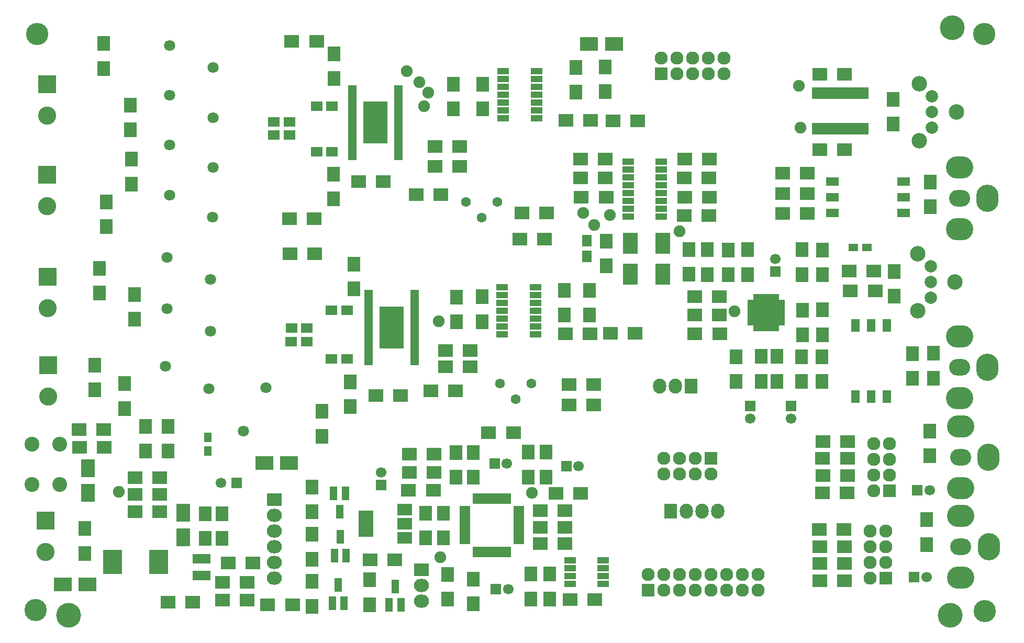
<source format=gts>
%TF.GenerationSoftware,KiCad,Pcbnew,4.0.7*%
%TF.CreationDate,2018-07-02T08:28:23+02:00*%
%TF.ProjectId,smd_aio,736D645F61696F2E6B696361645F7063,rev?*%
%TF.FileFunction,Soldermask,Top*%
%FSLAX46Y46*%
G04 Gerber Fmt 4.6, Leading zero omitted, Abs format (unit mm)*
G04 Created by KiCad (PCBNEW 4.0.7) date Monday, 02. July 2018 'u28' 08:28:23*
%MOMM*%
%LPD*%
G01*
G04 APERTURE LIST*
%ADD10C,0.100000*%
%ADD11R,1.700000X0.650000*%
%ADD12R,0.650000X1.700000*%
%ADD13C,2.500000*%
%ADD14C,2.000000*%
%ADD15R,2.000000X2.400000*%
%ADD16R,2.400000X2.000000*%
%ADD17R,1.700000X1.700000*%
%ADD18C,1.700000*%
%ADD19R,2.899360X2.200860*%
%ADD20R,2.400000X2.100000*%
%ADD21R,2.100000X2.400000*%
%ADD22R,2.200860X2.899360*%
%ADD23R,1.600000X1.300000*%
%ADD24R,1.300000X1.600000*%
%ADD25R,1.650000X1.900000*%
%ADD26O,4.400000X3.600000*%
%ADD27O,3.600000X4.400000*%
%ADD28O,3.400000X2.700000*%
%ADD29C,1.800000*%
%ADD30R,2.432000X2.127200*%
%ADD31O,2.432000X2.127200*%
%ADD32R,2.127200X2.432000*%
%ADD33O,2.127200X2.432000*%
%ADD34R,2.127200X2.127200*%
%ADD35O,2.127200X2.127200*%
%ADD36R,2.940000X2.940000*%
%ADD37C,2.940000*%
%ADD38C,1.900000*%
%ADD39R,1.200000X2.300000*%
%ADD40R,2.400000X4.200000*%
%ADD41R,2.400000X1.900000*%
%ADD42C,1.600000*%
%ADD43C,2.400000*%
%ADD44R,1.950000X1.000000*%
%ADD45R,1.900000X1.000000*%
%ADD46R,1.400000X0.685000*%
%ADD47R,4.000000X6.800000*%
%ADD48R,0.679400X1.212800*%
%ADD49R,1.212800X0.679400*%
%ADD50R,3.752800X3.752800*%
%ADD51R,0.755600X1.847800*%
%ADD52R,1.000000X1.500000*%
%ADD53R,2.380000X3.400000*%
%ADD54C,3.600000*%
%ADD55C,4.000000*%
%ADD56R,1.900000X1.650000*%
%ADD57R,3.050000X3.900000*%
%ADD58R,2.000000X1.400000*%
%ADD59R,1.400000X2.000000*%
G04 APERTURE END LIST*
D10*
D11*
X91426000Y-97163000D03*
X91426000Y-97663000D03*
X91426000Y-98163000D03*
X91426000Y-98663000D03*
X91426000Y-99163000D03*
X91426000Y-99663000D03*
X91426000Y-100163000D03*
X91426000Y-100663000D03*
X91426000Y-101163000D03*
X91426000Y-101663000D03*
X91426000Y-102163000D03*
X91426000Y-102663000D03*
D12*
X93026000Y-104263000D03*
X93526000Y-104263000D03*
X94026000Y-104263000D03*
X94526000Y-104263000D03*
X95026000Y-104263000D03*
X95526000Y-104263000D03*
X96026000Y-104263000D03*
X96526000Y-104263000D03*
X97026000Y-104263000D03*
X97526000Y-104263000D03*
X98026000Y-104263000D03*
X98526000Y-104263000D03*
D11*
X100126000Y-102663000D03*
X100126000Y-102163000D03*
X100126000Y-101663000D03*
X100126000Y-101163000D03*
X100126000Y-100663000D03*
X100126000Y-100163000D03*
X100126000Y-99663000D03*
X100126000Y-99163000D03*
X100126000Y-98663000D03*
X100126000Y-98163000D03*
X100126000Y-97663000D03*
X100126000Y-97163000D03*
D12*
X98526000Y-95563000D03*
X98026000Y-95563000D03*
X97526000Y-95563000D03*
X97026000Y-95563000D03*
X96526000Y-95563000D03*
X96026000Y-95563000D03*
X95526000Y-95563000D03*
X95026000Y-95563000D03*
X94526000Y-95563000D03*
X94026000Y-95563000D03*
X93526000Y-95563000D03*
X93026000Y-95563000D03*
D13*
X170651000Y-60563000D03*
X164651000Y-65163000D03*
X164651000Y-55963000D03*
D14*
X166751000Y-60563000D03*
X166751000Y-63103000D03*
X166751000Y-58023000D03*
D15*
X73491000Y-61663000D03*
X73491000Y-57663000D03*
D16*
X29100000Y-87275000D03*
X33100000Y-87275000D03*
D17*
X77851000Y-93363000D03*
D18*
X77851000Y-91363000D03*
D15*
X85051000Y-101963000D03*
X85051000Y-97963000D03*
X87951000Y-101963000D03*
X87951000Y-97963000D03*
D17*
X96401000Y-110213000D03*
D18*
X98401000Y-110213000D03*
D15*
X92800000Y-112610000D03*
X92800000Y-108610000D03*
D17*
X107801000Y-90313000D03*
D18*
X109801000Y-90313000D03*
D16*
X110151000Y-94763000D03*
X106151000Y-94763000D03*
D15*
X104526000Y-88088000D03*
X104526000Y-92088000D03*
X101626000Y-88088000D03*
X101626000Y-92088000D03*
D16*
X86401000Y-88438000D03*
X82401000Y-88438000D03*
X86401000Y-91388000D03*
X82401000Y-91388000D03*
D17*
X96226000Y-89963000D03*
D18*
X98226000Y-89963000D03*
D16*
X112401000Y-111963000D03*
X108401000Y-111963000D03*
D15*
X92801000Y-92163000D03*
X92801000Y-88163000D03*
D16*
X95251000Y-84913000D03*
X99251000Y-84913000D03*
D15*
X90001000Y-92163000D03*
X90001000Y-88163000D03*
D16*
X107601000Y-102863000D03*
X103601000Y-102863000D03*
X107601000Y-100213000D03*
X103601000Y-100213000D03*
D17*
X164601000Y-94263000D03*
D18*
X166601000Y-94263000D03*
D17*
X164051000Y-108313000D03*
D18*
X166051000Y-108313000D03*
D16*
X107726000Y-34388000D03*
X111726000Y-34388000D03*
D15*
X114076000Y-25763000D03*
X114076000Y-29763000D03*
X94261000Y-32553000D03*
X94261000Y-28553000D03*
X89531000Y-32553000D03*
X89531000Y-28553000D03*
D16*
X90576000Y-41868000D03*
X86576000Y-41868000D03*
X90551000Y-38593000D03*
X86551000Y-38593000D03*
X87551000Y-46393000D03*
X83551000Y-46393000D03*
X74201000Y-44288000D03*
X78201000Y-44288000D03*
D15*
X70181000Y-43093000D03*
X70181000Y-47093000D03*
X70251000Y-27613000D03*
X70251000Y-23613000D03*
D16*
X67041000Y-50293000D03*
X63041000Y-50293000D03*
X67426000Y-21563000D03*
X63426000Y-21563000D03*
D15*
X33426000Y-47613000D03*
X33426000Y-51613000D03*
X37451000Y-40688000D03*
X37451000Y-44688000D03*
X37326000Y-31913000D03*
X37326000Y-35913000D03*
X32976000Y-25963000D03*
X32976000Y-21963000D03*
X137176000Y-59338000D03*
X137176000Y-55338000D03*
X139310999Y-72598000D03*
X139310999Y-76598000D03*
D17*
X141626000Y-58838000D03*
D18*
X141626000Y-56838000D03*
D17*
X137551000Y-80613000D03*
D18*
X137551000Y-82613000D03*
D15*
X145926000Y-59338000D03*
X145926000Y-55338000D03*
X145876000Y-76613000D03*
X145876000Y-72613000D03*
X141900000Y-72600000D03*
X141900000Y-76600000D03*
D17*
X144201000Y-80613000D03*
D18*
X144201000Y-82613000D03*
D16*
X152801000Y-26963000D03*
X148801000Y-26963000D03*
X152801000Y-39163000D03*
X148801000Y-39163000D03*
D15*
X160639001Y-35000000D03*
X160639001Y-31000000D03*
D16*
X153751000Y-62013000D03*
X157751000Y-62013000D03*
D15*
X160876000Y-58838000D03*
X160876000Y-62838000D03*
X149201000Y-55363000D03*
X149201000Y-59363000D03*
X39775000Y-87900000D03*
X39775000Y-83900000D03*
X43425000Y-87900000D03*
X43425000Y-83900000D03*
X49400000Y-102050000D03*
X49400000Y-98050000D03*
X52100000Y-102050000D03*
X52100000Y-98050000D03*
D16*
X43425000Y-112375000D03*
X47425000Y-112375000D03*
X38050000Y-97750000D03*
X42050000Y-97750000D03*
X38050000Y-94950000D03*
X42050000Y-94950000D03*
X38050000Y-92175000D03*
X42050000Y-92175000D03*
X107651000Y-68913000D03*
X111651000Y-68913000D03*
D15*
X111526000Y-61863000D03*
X111526000Y-65863000D03*
X94176000Y-66938000D03*
X94176000Y-62938000D03*
X90101000Y-66963000D03*
X90101000Y-62963000D03*
D16*
X92276000Y-74238000D03*
X88276000Y-74238000D03*
X92301000Y-71663000D03*
X88301000Y-71663000D03*
X89901000Y-78163000D03*
X85901000Y-78163000D03*
X77001000Y-78888000D03*
X81001000Y-78888000D03*
D15*
X72901000Y-76713000D03*
X72901000Y-80713000D03*
X68276000Y-81488000D03*
X68276000Y-85488000D03*
D16*
X67111000Y-56003000D03*
X63111000Y-56003000D03*
D15*
X36376000Y-81013000D03*
X36376000Y-77013000D03*
X31571000Y-73993000D03*
X31571000Y-77993000D03*
X38021000Y-66583000D03*
X38021000Y-62583000D03*
X32311000Y-58353000D03*
X32311000Y-62353000D03*
X114251000Y-53963000D03*
X114251000Y-57963000D03*
D16*
X114251000Y-46813000D03*
X110251000Y-46813000D03*
D19*
X59001020Y-89850000D03*
X62998980Y-89850000D03*
X111512040Y-22050000D03*
X115510000Y-22050000D03*
D20*
X104321000Y-53643000D03*
X100321000Y-53643000D03*
D21*
X149176000Y-76613000D03*
X149176000Y-72613000D03*
D20*
X132576499Y-65898500D03*
X128576499Y-65898500D03*
D19*
X30348980Y-109525000D03*
X26351020Y-109525000D03*
D22*
X30450000Y-90701020D03*
X30450000Y-94698980D03*
X45825000Y-101873980D03*
X45825000Y-97876020D03*
D20*
X112226000Y-80463000D03*
X108226000Y-80463000D03*
X63525000Y-112750000D03*
X59525000Y-112750000D03*
D21*
X29925000Y-100450000D03*
X29925000Y-104450000D03*
D23*
X154228833Y-54962500D03*
X156428833Y-54962500D03*
D24*
X49825000Y-87900000D03*
X49825000Y-85700000D03*
D25*
X111151000Y-56363000D03*
X111151000Y-53863000D03*
D26*
X171601000Y-83913000D03*
X171601000Y-93913000D03*
D27*
X176101000Y-88913000D03*
D28*
X171601000Y-88913000D03*
D26*
X171626000Y-98413000D03*
X171626000Y-108413000D03*
D27*
X176126000Y-103413000D03*
D28*
X171626000Y-103413000D03*
D29*
X50626000Y-50063000D03*
X43626000Y-46463000D03*
X50651000Y-41988000D03*
X43651000Y-38388000D03*
X50670000Y-33930000D03*
X43670000Y-30330000D03*
X50670000Y-25850000D03*
X43670000Y-22250000D03*
X59226000Y-77663000D03*
X55626000Y-84663000D03*
X50026000Y-77813000D03*
X43026000Y-74213000D03*
X50261000Y-68473000D03*
X43261000Y-64873000D03*
X50271000Y-60143000D03*
X43271000Y-56543000D03*
D30*
X60575000Y-95750000D03*
D31*
X60575000Y-98290000D03*
X60575000Y-100830000D03*
X60575000Y-103370000D03*
X60575000Y-105910000D03*
X60575000Y-108450000D03*
D32*
X124701000Y-97638000D03*
D33*
X127241000Y-97638000D03*
X129781000Y-97638000D03*
X132321000Y-97638000D03*
D30*
X84429333Y-107143000D03*
D31*
X84429333Y-109683000D03*
X84429333Y-112223000D03*
D34*
X123151000Y-26863000D03*
D35*
X123151000Y-24323000D03*
X125691000Y-26863000D03*
X125691000Y-24323000D03*
X128231000Y-26863000D03*
X128231000Y-24323000D03*
X130771000Y-26863000D03*
X130771000Y-24323000D03*
X133311000Y-26863000D03*
X133311000Y-24323000D03*
D34*
X121076000Y-110438000D03*
D35*
X121076000Y-107898000D03*
X123616000Y-110438000D03*
X123616000Y-107898000D03*
X126156000Y-110438000D03*
X126156000Y-107898000D03*
X128696000Y-110438000D03*
X128696000Y-107898000D03*
X131236000Y-110438000D03*
X131236000Y-107898000D03*
X133776000Y-110438000D03*
X133776000Y-107898000D03*
X136316000Y-110438000D03*
X136316000Y-107898000D03*
X138856000Y-110438000D03*
X138856000Y-107898000D03*
D34*
X160065000Y-94324000D03*
D35*
X157525000Y-94324000D03*
X160065000Y-91784000D03*
X157525000Y-91784000D03*
X160065000Y-89244000D03*
X157525000Y-89244000D03*
X160065000Y-86704000D03*
X157525000Y-86704000D03*
D34*
X159526000Y-108438000D03*
D35*
X156986000Y-108438000D03*
X159526000Y-105898000D03*
X156986000Y-105898000D03*
X159526000Y-103358000D03*
X156986000Y-103358000D03*
X159526000Y-100818000D03*
X156986000Y-100818000D03*
D36*
X23851000Y-43173000D03*
D37*
X23851000Y-48253000D03*
D36*
X23851000Y-28573000D03*
D37*
X23851000Y-33653000D03*
D13*
X170876000Y-33063000D03*
X164876000Y-37663000D03*
X164876000Y-28463000D03*
D14*
X166976000Y-33063000D03*
X166976000Y-35603000D03*
X166976000Y-30523000D03*
D36*
X23622000Y-99187000D03*
D37*
X23622000Y-104267000D03*
D36*
X24001000Y-74003000D03*
D37*
X24001000Y-79083000D03*
D36*
X23921000Y-59713000D03*
D37*
X23921000Y-64793000D03*
D38*
X102251000Y-94663000D03*
X84811000Y-32123000D03*
X135051000Y-65263000D03*
X145666381Y-35591000D03*
X87201000Y-66888000D03*
X126100000Y-52350000D03*
X87401000Y-105063000D03*
X85500000Y-29900000D03*
X84051000Y-28163000D03*
X82051000Y-26453000D03*
X145451000Y-28813000D03*
X112301000Y-51313000D03*
X114901000Y-49713000D03*
X110551000Y-49363000D03*
D39*
X72101000Y-94738000D03*
X70201000Y-94738000D03*
X71151000Y-97738000D03*
X70316952Y-104818000D03*
X72216952Y-104818000D03*
X71266952Y-101818000D03*
X79176000Y-112813000D03*
X81076000Y-112813000D03*
X80126000Y-109813000D03*
X69976952Y-112568000D03*
X71876952Y-112568000D03*
X70926952Y-109568000D03*
D40*
X75401000Y-99663000D03*
D41*
X81701000Y-99663000D03*
X81701000Y-97363000D03*
X81701000Y-101963000D03*
D20*
X33025000Y-84450000D03*
X29025000Y-84450000D03*
D21*
X76026000Y-112763000D03*
X76026000Y-108763000D03*
X66676000Y-113013000D03*
X66676000Y-109013000D03*
X66663500Y-93750500D03*
X66663500Y-97750500D03*
X66701000Y-105388000D03*
X66701000Y-101388000D03*
D20*
X80101000Y-105463000D03*
X76101000Y-105463000D03*
D21*
X88643500Y-111855499D03*
X88643500Y-107855499D03*
D20*
X86301000Y-94213000D03*
X82301000Y-94213000D03*
D21*
X102101000Y-111813000D03*
X102101000Y-107813000D03*
D20*
X103601000Y-97513000D03*
X107601000Y-97513000D03*
D21*
X105101000Y-111813000D03*
X105101000Y-107813000D03*
X166573000Y-88691000D03*
X166573000Y-84691000D03*
X166101000Y-103013000D03*
X166101000Y-99013000D03*
D20*
X149251000Y-94663000D03*
X153251000Y-94663000D03*
X149266000Y-89094000D03*
X153266000Y-89094000D03*
X148779000Y-108889000D03*
X152779000Y-108889000D03*
X148779000Y-103393000D03*
X152779000Y-103393000D03*
X149301000Y-91913000D03*
X153301000Y-91913000D03*
X149316000Y-86350000D03*
X153316000Y-86350000D03*
X148801000Y-106063000D03*
X152801000Y-106063000D03*
X148751000Y-100613000D03*
X152751000Y-100613000D03*
X119351000Y-34438000D03*
X115351000Y-34438000D03*
D21*
X109351000Y-29838000D03*
X109351000Y-25838000D03*
D20*
X104651000Y-49393000D03*
X100651000Y-49393000D03*
D21*
X134026000Y-55363000D03*
X134026000Y-59363000D03*
X130651000Y-55338000D03*
X130651000Y-59338000D03*
X135301000Y-76663000D03*
X135301000Y-72663000D03*
D20*
X128615501Y-68893500D03*
X132615501Y-68893500D03*
D21*
X146001000Y-69088000D03*
X146001000Y-65088000D03*
D20*
X128551000Y-62913000D03*
X132551000Y-62913000D03*
X157576000Y-58738000D03*
X153576000Y-58738000D03*
X52200000Y-112050000D03*
X56200000Y-112050000D03*
X56225000Y-109150000D03*
X52225000Y-109150000D03*
X118926000Y-68838000D03*
X114926000Y-68838000D03*
D21*
X107526000Y-65863000D03*
X107526000Y-61863000D03*
D20*
X112226000Y-77113000D03*
X108226000Y-77113000D03*
X130901000Y-43713000D03*
X126901000Y-43713000D03*
X110101000Y-40663000D03*
X114101000Y-40663000D03*
X110101000Y-43713000D03*
X114101000Y-43713000D03*
X130901000Y-49813000D03*
X126901000Y-49813000D03*
X130951000Y-46813000D03*
X126951000Y-46813000D03*
X130951000Y-40663000D03*
X126951000Y-40663000D03*
X53150000Y-106000000D03*
X57150000Y-106000000D03*
D42*
X94141000Y-50143000D03*
X91601000Y-47603000D03*
X96681000Y-47603000D03*
X99651000Y-79488000D03*
X97111000Y-76948000D03*
X102191000Y-76948000D03*
D43*
X25875000Y-93275000D03*
X21375000Y-93275000D03*
X25875000Y-86775000D03*
X21375000Y-86775000D03*
D44*
X113792905Y-109363000D03*
X113792905Y-108093000D03*
X113792905Y-106823000D03*
X113792905Y-105553000D03*
X108392905Y-105553000D03*
X108392905Y-106823000D03*
X108392905Y-108093000D03*
X108392905Y-109363000D03*
D45*
X103026000Y-34048000D03*
X103026000Y-32778000D03*
X103026000Y-31508000D03*
X103026000Y-30238000D03*
X103026000Y-28968000D03*
X103026000Y-27698000D03*
X103026000Y-26428000D03*
X97626000Y-26428000D03*
X97626000Y-27698000D03*
X97626000Y-28968000D03*
X97626000Y-30238000D03*
X97626000Y-31508000D03*
X97626000Y-32778000D03*
X97626000Y-34048000D03*
D46*
X80676000Y-40513000D03*
X80676000Y-40013000D03*
X80676000Y-39513000D03*
X80676000Y-39013000D03*
X80676000Y-38513000D03*
X80676000Y-38013000D03*
X80676000Y-37513000D03*
X80676000Y-37013000D03*
X80676000Y-36513000D03*
X80676000Y-36013000D03*
X80676000Y-35513000D03*
X80676000Y-35013000D03*
X80676000Y-34513000D03*
X80676000Y-34013000D03*
X80676000Y-33513000D03*
X80676000Y-33013000D03*
X80676000Y-32513000D03*
X80676000Y-32013000D03*
X80676000Y-31513000D03*
X80676000Y-31013000D03*
X80676000Y-30513000D03*
X80676000Y-30013000D03*
X80676000Y-29513000D03*
X80676000Y-29013000D03*
X73176000Y-29013000D03*
X73176000Y-29513000D03*
X73176000Y-30013000D03*
X73176000Y-30513000D03*
X73176000Y-31013000D03*
X73176000Y-31513000D03*
X73176000Y-32013000D03*
X73176000Y-32513000D03*
X73176000Y-33013000D03*
X73176000Y-33513000D03*
X73176000Y-34013000D03*
X73176000Y-34513000D03*
X73176000Y-35013000D03*
X73176000Y-35513000D03*
X73176000Y-36013000D03*
X73176000Y-36513000D03*
X73176000Y-37013000D03*
X73176000Y-37513000D03*
X73176000Y-38013000D03*
X73176000Y-38513000D03*
X73176000Y-39013000D03*
X73176000Y-39513000D03*
X73176000Y-40013000D03*
X73176000Y-40513000D03*
D47*
X76926000Y-34763000D03*
D48*
X141900999Y-63112700D03*
X141401000Y-63112700D03*
X140901001Y-63112700D03*
X140401000Y-63112700D03*
X139901000Y-63112700D03*
X139400999Y-63112700D03*
X138901000Y-63112700D03*
X138401001Y-63112700D03*
D49*
X137750700Y-63763001D03*
X137750700Y-64263000D03*
X137750700Y-64762999D03*
X137750700Y-65263000D03*
X137750700Y-65763000D03*
X137750700Y-66263001D03*
X137750700Y-66763000D03*
X137750700Y-67262999D03*
D48*
X138401001Y-67913300D03*
X138901000Y-67913300D03*
X139400999Y-67913300D03*
X139901000Y-67913300D03*
X140401000Y-67913300D03*
X140901001Y-67913300D03*
X141401000Y-67913300D03*
X141900999Y-67913300D03*
D49*
X142551300Y-67262999D03*
X142551300Y-66763000D03*
X142551300Y-66263001D03*
X142551300Y-65763000D03*
X142551300Y-65263000D03*
X142551300Y-64762999D03*
X142551300Y-64263000D03*
X142551300Y-63763001D03*
D50*
X140151000Y-65513000D03*
D51*
X156356381Y-30013501D03*
X155706380Y-30013501D03*
X155056381Y-30013501D03*
X154406380Y-30013501D03*
X153756382Y-30013501D03*
X153106380Y-30013501D03*
X152456382Y-30013501D03*
X151806383Y-30013501D03*
X151156382Y-30013501D03*
X150506383Y-30013501D03*
X149856382Y-30013501D03*
X149206383Y-30013501D03*
X148556382Y-30013501D03*
X147906383Y-30013501D03*
X147906381Y-35779301D03*
X148556382Y-35779301D03*
X149206381Y-35779301D03*
X149856382Y-35779301D03*
X150506380Y-35779301D03*
X151156382Y-35779301D03*
X151806380Y-35779301D03*
X152456382Y-35779301D03*
X153106380Y-35779301D03*
X153756382Y-35779301D03*
X154406380Y-35779301D03*
X155056381Y-35779301D03*
X155706380Y-35779301D03*
X156356381Y-35779301D03*
D52*
X47900000Y-108025000D03*
X48850000Y-108025000D03*
X49800000Y-108025000D03*
X49800000Y-105325000D03*
X48850000Y-105325000D03*
X47900000Y-105325000D03*
D45*
X102826000Y-68973000D03*
X102826000Y-67703000D03*
X102826000Y-66433000D03*
X102826000Y-65163000D03*
X102826000Y-63893000D03*
X102826000Y-62623000D03*
X102826000Y-61353000D03*
X97426000Y-61353000D03*
X97426000Y-62623000D03*
X97426000Y-63893000D03*
X97426000Y-65163000D03*
X97426000Y-66433000D03*
X97426000Y-67703000D03*
X97426000Y-68973000D03*
D46*
X83326000Y-73663000D03*
X83326000Y-73163000D03*
X83326000Y-72663000D03*
X83326000Y-72163000D03*
X83326000Y-71663000D03*
X83326000Y-71163000D03*
X83326000Y-70663000D03*
X83326000Y-70163000D03*
X83326000Y-69663000D03*
X83326000Y-69163000D03*
X83326000Y-68663000D03*
X83326000Y-68163000D03*
X83326000Y-67663000D03*
X83326000Y-67163000D03*
X83326000Y-66663000D03*
X83326000Y-66163000D03*
X83326000Y-65663000D03*
X83326000Y-65163000D03*
X83326000Y-64663000D03*
X83326000Y-64163000D03*
X83326000Y-63663000D03*
X83326000Y-63163000D03*
X83326000Y-62663000D03*
X83326000Y-62163000D03*
X75826000Y-62163000D03*
X75826000Y-62663000D03*
X75826000Y-63163000D03*
X75826000Y-63663000D03*
X75826000Y-64163000D03*
X75826000Y-64663000D03*
X75826000Y-65163000D03*
X75826000Y-65663000D03*
X75826000Y-66163000D03*
X75826000Y-66663000D03*
X75826000Y-67163000D03*
X75826000Y-67663000D03*
X75826000Y-68163000D03*
X75826000Y-68663000D03*
X75826000Y-69163000D03*
X75826000Y-69663000D03*
X75826000Y-70163000D03*
X75826000Y-70663000D03*
X75826000Y-71163000D03*
X75826000Y-71663000D03*
X75826000Y-72163000D03*
X75826000Y-72663000D03*
X75826000Y-73163000D03*
X75826000Y-73663000D03*
D47*
X79576000Y-67913000D03*
D45*
X123201000Y-49958000D03*
X123201000Y-48688000D03*
X123201000Y-47418000D03*
X123201000Y-46148000D03*
X123201000Y-44878000D03*
X123201000Y-43608000D03*
X123201000Y-42338000D03*
X123201000Y-41068000D03*
X117801000Y-41068000D03*
X117801000Y-42338000D03*
X117801000Y-43608000D03*
X117801000Y-44878000D03*
X117801000Y-46148000D03*
X117801000Y-47418000D03*
X117801000Y-48688000D03*
X117801000Y-49958000D03*
D53*
X118171000Y-59263000D03*
X123431000Y-59263000D03*
X123431000Y-54263000D03*
X118171000Y-54263000D03*
D54*
X175501000Y-113788000D03*
X21984571Y-113668000D03*
X175401000Y-20413000D03*
X22251000Y-20388000D03*
D55*
X169926000Y-114488000D03*
X27326000Y-114463000D03*
D38*
X35475000Y-94500000D03*
D18*
X52000000Y-93025000D03*
D17*
X54500000Y-93025000D03*
D56*
X60551000Y-36788000D03*
X63051000Y-36788000D03*
X67451000Y-39443000D03*
X69951000Y-39443000D03*
X67426000Y-32113000D03*
X69926000Y-32113000D03*
X60526000Y-34638000D03*
X63026000Y-34638000D03*
X63341000Y-70173000D03*
X65841000Y-70173000D03*
X69841000Y-73003000D03*
X72341000Y-73003000D03*
X69841000Y-65153000D03*
X72341000Y-65153000D03*
X63381000Y-67963000D03*
X65881000Y-67963000D03*
D55*
X170201000Y-19413000D03*
D57*
X41875000Y-105825000D03*
X34425000Y-105825000D03*
D34*
X131200000Y-89040000D03*
D35*
X131200000Y-91580000D03*
X128660000Y-89040000D03*
X128660000Y-91580000D03*
X126120000Y-89040000D03*
X126120000Y-91580000D03*
X123580000Y-89040000D03*
X123580000Y-91580000D03*
D16*
X146775000Y-42950000D03*
X142775000Y-42950000D03*
D15*
X166725000Y-44350000D03*
X166725000Y-48350000D03*
X163775000Y-72150000D03*
X163775000Y-76150000D03*
X149200000Y-69075000D03*
X149200000Y-65075000D03*
X127675000Y-59300000D03*
X127675000Y-55300000D03*
D26*
X171450000Y-42000000D03*
X171450000Y-52000000D03*
D27*
X175950000Y-47000000D03*
D28*
X171450000Y-47000000D03*
D26*
X171450000Y-69375000D03*
X171450000Y-79375000D03*
D27*
X175950000Y-74375000D03*
D28*
X171450000Y-74375000D03*
D32*
X128025000Y-77425000D03*
D33*
X125485000Y-77425000D03*
X122945000Y-77425000D03*
D20*
X142775000Y-46225000D03*
X146775000Y-46225000D03*
X146775000Y-49425000D03*
X142775000Y-49425000D03*
D21*
X167200000Y-72100000D03*
X167200000Y-76100000D03*
D58*
X150850000Y-44260000D03*
X150850000Y-46800000D03*
X150850000Y-49340000D03*
X162350000Y-49340000D03*
X162350000Y-46800000D03*
X162350000Y-44260000D03*
D59*
X154585000Y-79075000D03*
X157125000Y-79075000D03*
X159665000Y-79075000D03*
X159665000Y-67575000D03*
X157125000Y-67575000D03*
X154585000Y-67575000D03*
M02*

</source>
